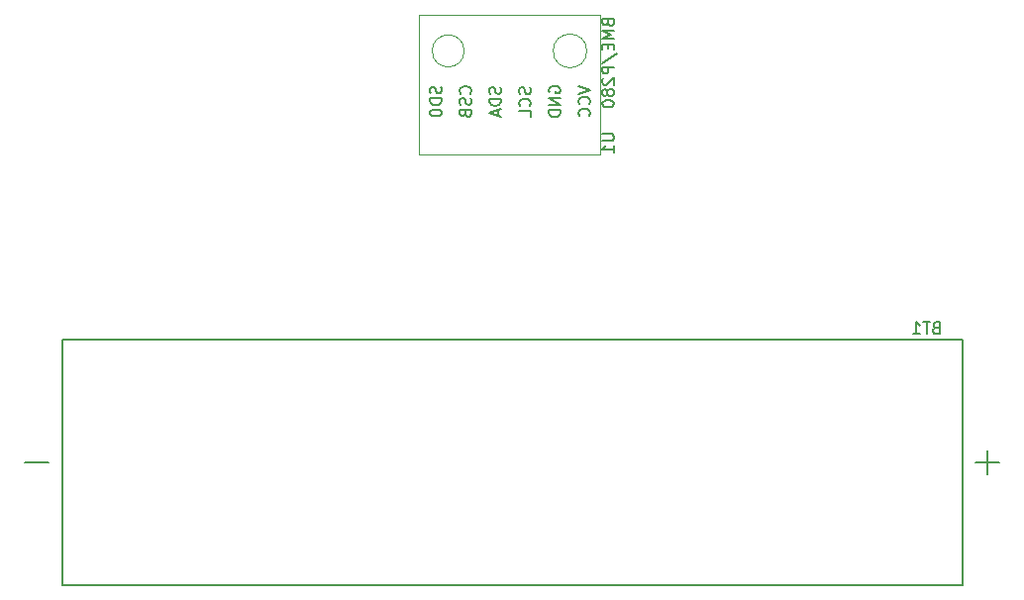
<source format=gbr>
%TF.GenerationSoftware,KiCad,Pcbnew,7.0.9*%
%TF.CreationDate,2024-02-26T23:44:44+01:00*%
%TF.ProjectId,esp32c3,65737033-3263-4332-9e6b-696361645f70,rev?*%
%TF.SameCoordinates,Original*%
%TF.FileFunction,Legend,Bot*%
%TF.FilePolarity,Positive*%
%FSLAX46Y46*%
G04 Gerber Fmt 4.6, Leading zero omitted, Abs format (unit mm)*
G04 Created by KiCad (PCBNEW 7.0.9) date 2024-02-26 23:44:44*
%MOMM*%
%LPD*%
G01*
G04 APERTURE LIST*
%ADD10C,0.150000*%
%ADD11C,0.127000*%
%ADD12C,0.120000*%
G04 APERTURE END LIST*
D10*
X189656714Y-64193009D02*
X189513857Y-64240628D01*
X189513857Y-64240628D02*
X189466238Y-64288247D01*
X189466238Y-64288247D02*
X189418619Y-64383485D01*
X189418619Y-64383485D02*
X189418619Y-64526342D01*
X189418619Y-64526342D02*
X189466238Y-64621580D01*
X189466238Y-64621580D02*
X189513857Y-64669200D01*
X189513857Y-64669200D02*
X189609095Y-64716819D01*
X189609095Y-64716819D02*
X189990047Y-64716819D01*
X189990047Y-64716819D02*
X189990047Y-63716819D01*
X189990047Y-63716819D02*
X189656714Y-63716819D01*
X189656714Y-63716819D02*
X189561476Y-63764438D01*
X189561476Y-63764438D02*
X189513857Y-63812057D01*
X189513857Y-63812057D02*
X189466238Y-63907295D01*
X189466238Y-63907295D02*
X189466238Y-64002533D01*
X189466238Y-64002533D02*
X189513857Y-64097771D01*
X189513857Y-64097771D02*
X189561476Y-64145390D01*
X189561476Y-64145390D02*
X189656714Y-64193009D01*
X189656714Y-64193009D02*
X189990047Y-64193009D01*
X189132904Y-63716819D02*
X188561476Y-63716819D01*
X188847190Y-64716819D02*
X188847190Y-63716819D01*
X187704333Y-64716819D02*
X188275761Y-64716819D01*
X187990047Y-64716819D02*
X187990047Y-63716819D01*
X187990047Y-63716819D02*
X188085285Y-63859676D01*
X188085285Y-63859676D02*
X188180523Y-63954914D01*
X188180523Y-63954914D02*
X188275761Y-64002533D01*
X161125819Y-47625095D02*
X161935342Y-47625095D01*
X161935342Y-47625095D02*
X162030580Y-47672714D01*
X162030580Y-47672714D02*
X162078200Y-47720333D01*
X162078200Y-47720333D02*
X162125819Y-47815571D01*
X162125819Y-47815571D02*
X162125819Y-48006047D01*
X162125819Y-48006047D02*
X162078200Y-48101285D01*
X162078200Y-48101285D02*
X162030580Y-48148904D01*
X162030580Y-48148904D02*
X161935342Y-48196523D01*
X161935342Y-48196523D02*
X161125819Y-48196523D01*
X162125819Y-49196523D02*
X162125819Y-48625095D01*
X162125819Y-48910809D02*
X161125819Y-48910809D01*
X161125819Y-48910809D02*
X161268676Y-48815571D01*
X161268676Y-48815571D02*
X161363914Y-48720333D01*
X161363914Y-48720333D02*
X161411533Y-48625095D01*
X156601438Y-44069095D02*
X156553819Y-43973857D01*
X156553819Y-43973857D02*
X156553819Y-43831000D01*
X156553819Y-43831000D02*
X156601438Y-43688143D01*
X156601438Y-43688143D02*
X156696676Y-43592905D01*
X156696676Y-43592905D02*
X156791914Y-43545286D01*
X156791914Y-43545286D02*
X156982390Y-43497667D01*
X156982390Y-43497667D02*
X157125247Y-43497667D01*
X157125247Y-43497667D02*
X157315723Y-43545286D01*
X157315723Y-43545286D02*
X157410961Y-43592905D01*
X157410961Y-43592905D02*
X157506200Y-43688143D01*
X157506200Y-43688143D02*
X157553819Y-43831000D01*
X157553819Y-43831000D02*
X157553819Y-43926238D01*
X157553819Y-43926238D02*
X157506200Y-44069095D01*
X157506200Y-44069095D02*
X157458580Y-44116714D01*
X157458580Y-44116714D02*
X157125247Y-44116714D01*
X157125247Y-44116714D02*
X157125247Y-43926238D01*
X157553819Y-44545286D02*
X156553819Y-44545286D01*
X156553819Y-44545286D02*
X157553819Y-45116714D01*
X157553819Y-45116714D02*
X156553819Y-45116714D01*
X157553819Y-45592905D02*
X156553819Y-45592905D01*
X156553819Y-45592905D02*
X156553819Y-45831000D01*
X156553819Y-45831000D02*
X156601438Y-45973857D01*
X156601438Y-45973857D02*
X156696676Y-46069095D01*
X156696676Y-46069095D02*
X156791914Y-46116714D01*
X156791914Y-46116714D02*
X156982390Y-46164333D01*
X156982390Y-46164333D02*
X157125247Y-46164333D01*
X157125247Y-46164333D02*
X157315723Y-46116714D01*
X157315723Y-46116714D02*
X157410961Y-46069095D01*
X157410961Y-46069095D02*
X157506200Y-45973857D01*
X157506200Y-45973857D02*
X157553819Y-45831000D01*
X157553819Y-45831000D02*
X157553819Y-45592905D01*
X154966200Y-43640524D02*
X155013819Y-43783381D01*
X155013819Y-43783381D02*
X155013819Y-44021476D01*
X155013819Y-44021476D02*
X154966200Y-44116714D01*
X154966200Y-44116714D02*
X154918580Y-44164333D01*
X154918580Y-44164333D02*
X154823342Y-44211952D01*
X154823342Y-44211952D02*
X154728104Y-44211952D01*
X154728104Y-44211952D02*
X154632866Y-44164333D01*
X154632866Y-44164333D02*
X154585247Y-44116714D01*
X154585247Y-44116714D02*
X154537628Y-44021476D01*
X154537628Y-44021476D02*
X154490009Y-43831000D01*
X154490009Y-43831000D02*
X154442390Y-43735762D01*
X154442390Y-43735762D02*
X154394771Y-43688143D01*
X154394771Y-43688143D02*
X154299533Y-43640524D01*
X154299533Y-43640524D02*
X154204295Y-43640524D01*
X154204295Y-43640524D02*
X154109057Y-43688143D01*
X154109057Y-43688143D02*
X154061438Y-43735762D01*
X154061438Y-43735762D02*
X154013819Y-43831000D01*
X154013819Y-43831000D02*
X154013819Y-44069095D01*
X154013819Y-44069095D02*
X154061438Y-44211952D01*
X154918580Y-45211952D02*
X154966200Y-45164333D01*
X154966200Y-45164333D02*
X155013819Y-45021476D01*
X155013819Y-45021476D02*
X155013819Y-44926238D01*
X155013819Y-44926238D02*
X154966200Y-44783381D01*
X154966200Y-44783381D02*
X154870961Y-44688143D01*
X154870961Y-44688143D02*
X154775723Y-44640524D01*
X154775723Y-44640524D02*
X154585247Y-44592905D01*
X154585247Y-44592905D02*
X154442390Y-44592905D01*
X154442390Y-44592905D02*
X154251914Y-44640524D01*
X154251914Y-44640524D02*
X154156676Y-44688143D01*
X154156676Y-44688143D02*
X154061438Y-44783381D01*
X154061438Y-44783381D02*
X154013819Y-44926238D01*
X154013819Y-44926238D02*
X154013819Y-45021476D01*
X154013819Y-45021476D02*
X154061438Y-45164333D01*
X154061438Y-45164333D02*
X154109057Y-45211952D01*
X155013819Y-46116714D02*
X155013819Y-45640524D01*
X155013819Y-45640524D02*
X154013819Y-45640524D01*
X149838580Y-44164333D02*
X149886200Y-44116714D01*
X149886200Y-44116714D02*
X149933819Y-43973857D01*
X149933819Y-43973857D02*
X149933819Y-43878619D01*
X149933819Y-43878619D02*
X149886200Y-43735762D01*
X149886200Y-43735762D02*
X149790961Y-43640524D01*
X149790961Y-43640524D02*
X149695723Y-43592905D01*
X149695723Y-43592905D02*
X149505247Y-43545286D01*
X149505247Y-43545286D02*
X149362390Y-43545286D01*
X149362390Y-43545286D02*
X149171914Y-43592905D01*
X149171914Y-43592905D02*
X149076676Y-43640524D01*
X149076676Y-43640524D02*
X148981438Y-43735762D01*
X148981438Y-43735762D02*
X148933819Y-43878619D01*
X148933819Y-43878619D02*
X148933819Y-43973857D01*
X148933819Y-43973857D02*
X148981438Y-44116714D01*
X148981438Y-44116714D02*
X149029057Y-44164333D01*
X149886200Y-44545286D02*
X149933819Y-44688143D01*
X149933819Y-44688143D02*
X149933819Y-44926238D01*
X149933819Y-44926238D02*
X149886200Y-45021476D01*
X149886200Y-45021476D02*
X149838580Y-45069095D01*
X149838580Y-45069095D02*
X149743342Y-45116714D01*
X149743342Y-45116714D02*
X149648104Y-45116714D01*
X149648104Y-45116714D02*
X149552866Y-45069095D01*
X149552866Y-45069095D02*
X149505247Y-45021476D01*
X149505247Y-45021476D02*
X149457628Y-44926238D01*
X149457628Y-44926238D02*
X149410009Y-44735762D01*
X149410009Y-44735762D02*
X149362390Y-44640524D01*
X149362390Y-44640524D02*
X149314771Y-44592905D01*
X149314771Y-44592905D02*
X149219533Y-44545286D01*
X149219533Y-44545286D02*
X149124295Y-44545286D01*
X149124295Y-44545286D02*
X149029057Y-44592905D01*
X149029057Y-44592905D02*
X148981438Y-44640524D01*
X148981438Y-44640524D02*
X148933819Y-44735762D01*
X148933819Y-44735762D02*
X148933819Y-44973857D01*
X148933819Y-44973857D02*
X148981438Y-45116714D01*
X149410009Y-45878619D02*
X149457628Y-46021476D01*
X149457628Y-46021476D02*
X149505247Y-46069095D01*
X149505247Y-46069095D02*
X149600485Y-46116714D01*
X149600485Y-46116714D02*
X149743342Y-46116714D01*
X149743342Y-46116714D02*
X149838580Y-46069095D01*
X149838580Y-46069095D02*
X149886200Y-46021476D01*
X149886200Y-46021476D02*
X149933819Y-45926238D01*
X149933819Y-45926238D02*
X149933819Y-45545286D01*
X149933819Y-45545286D02*
X148933819Y-45545286D01*
X148933819Y-45545286D02*
X148933819Y-45878619D01*
X148933819Y-45878619D02*
X148981438Y-45973857D01*
X148981438Y-45973857D02*
X149029057Y-46021476D01*
X149029057Y-46021476D02*
X149124295Y-46069095D01*
X149124295Y-46069095D02*
X149219533Y-46069095D01*
X149219533Y-46069095D02*
X149314771Y-46021476D01*
X149314771Y-46021476D02*
X149362390Y-45973857D01*
X149362390Y-45973857D02*
X149410009Y-45878619D01*
X149410009Y-45878619D02*
X149410009Y-45545286D01*
X159093819Y-43497667D02*
X160093819Y-43831000D01*
X160093819Y-43831000D02*
X159093819Y-44164333D01*
X159998580Y-45069095D02*
X160046200Y-45021476D01*
X160046200Y-45021476D02*
X160093819Y-44878619D01*
X160093819Y-44878619D02*
X160093819Y-44783381D01*
X160093819Y-44783381D02*
X160046200Y-44640524D01*
X160046200Y-44640524D02*
X159950961Y-44545286D01*
X159950961Y-44545286D02*
X159855723Y-44497667D01*
X159855723Y-44497667D02*
X159665247Y-44450048D01*
X159665247Y-44450048D02*
X159522390Y-44450048D01*
X159522390Y-44450048D02*
X159331914Y-44497667D01*
X159331914Y-44497667D02*
X159236676Y-44545286D01*
X159236676Y-44545286D02*
X159141438Y-44640524D01*
X159141438Y-44640524D02*
X159093819Y-44783381D01*
X159093819Y-44783381D02*
X159093819Y-44878619D01*
X159093819Y-44878619D02*
X159141438Y-45021476D01*
X159141438Y-45021476D02*
X159189057Y-45069095D01*
X159998580Y-46069095D02*
X160046200Y-46021476D01*
X160046200Y-46021476D02*
X160093819Y-45878619D01*
X160093819Y-45878619D02*
X160093819Y-45783381D01*
X160093819Y-45783381D02*
X160046200Y-45640524D01*
X160046200Y-45640524D02*
X159950961Y-45545286D01*
X159950961Y-45545286D02*
X159855723Y-45497667D01*
X159855723Y-45497667D02*
X159665247Y-45450048D01*
X159665247Y-45450048D02*
X159522390Y-45450048D01*
X159522390Y-45450048D02*
X159331914Y-45497667D01*
X159331914Y-45497667D02*
X159236676Y-45545286D01*
X159236676Y-45545286D02*
X159141438Y-45640524D01*
X159141438Y-45640524D02*
X159093819Y-45783381D01*
X159093819Y-45783381D02*
X159093819Y-45878619D01*
X159093819Y-45878619D02*
X159141438Y-46021476D01*
X159141438Y-46021476D02*
X159189057Y-46069095D01*
X161602009Y-38124238D02*
X161649628Y-38267095D01*
X161649628Y-38267095D02*
X161697247Y-38314714D01*
X161697247Y-38314714D02*
X161792485Y-38362333D01*
X161792485Y-38362333D02*
X161935342Y-38362333D01*
X161935342Y-38362333D02*
X162030580Y-38314714D01*
X162030580Y-38314714D02*
X162078200Y-38267095D01*
X162078200Y-38267095D02*
X162125819Y-38171857D01*
X162125819Y-38171857D02*
X162125819Y-37790905D01*
X162125819Y-37790905D02*
X161125819Y-37790905D01*
X161125819Y-37790905D02*
X161125819Y-38124238D01*
X161125819Y-38124238D02*
X161173438Y-38219476D01*
X161173438Y-38219476D02*
X161221057Y-38267095D01*
X161221057Y-38267095D02*
X161316295Y-38314714D01*
X161316295Y-38314714D02*
X161411533Y-38314714D01*
X161411533Y-38314714D02*
X161506771Y-38267095D01*
X161506771Y-38267095D02*
X161554390Y-38219476D01*
X161554390Y-38219476D02*
X161602009Y-38124238D01*
X161602009Y-38124238D02*
X161602009Y-37790905D01*
X162125819Y-38790905D02*
X161125819Y-38790905D01*
X161125819Y-38790905D02*
X161840104Y-39124238D01*
X161840104Y-39124238D02*
X161125819Y-39457571D01*
X161125819Y-39457571D02*
X162125819Y-39457571D01*
X161602009Y-39933762D02*
X161602009Y-40267095D01*
X162125819Y-40409952D02*
X162125819Y-39933762D01*
X162125819Y-39933762D02*
X161125819Y-39933762D01*
X161125819Y-39933762D02*
X161125819Y-40409952D01*
X161078200Y-41552809D02*
X162363914Y-40695667D01*
X162125819Y-41886143D02*
X161125819Y-41886143D01*
X161125819Y-41886143D02*
X161125819Y-42267095D01*
X161125819Y-42267095D02*
X161173438Y-42362333D01*
X161173438Y-42362333D02*
X161221057Y-42409952D01*
X161221057Y-42409952D02*
X161316295Y-42457571D01*
X161316295Y-42457571D02*
X161459152Y-42457571D01*
X161459152Y-42457571D02*
X161554390Y-42409952D01*
X161554390Y-42409952D02*
X161602009Y-42362333D01*
X161602009Y-42362333D02*
X161649628Y-42267095D01*
X161649628Y-42267095D02*
X161649628Y-41886143D01*
X161221057Y-42838524D02*
X161173438Y-42886143D01*
X161173438Y-42886143D02*
X161125819Y-42981381D01*
X161125819Y-42981381D02*
X161125819Y-43219476D01*
X161125819Y-43219476D02*
X161173438Y-43314714D01*
X161173438Y-43314714D02*
X161221057Y-43362333D01*
X161221057Y-43362333D02*
X161316295Y-43409952D01*
X161316295Y-43409952D02*
X161411533Y-43409952D01*
X161411533Y-43409952D02*
X161554390Y-43362333D01*
X161554390Y-43362333D02*
X162125819Y-42790905D01*
X162125819Y-42790905D02*
X162125819Y-43409952D01*
X161554390Y-43981381D02*
X161506771Y-43886143D01*
X161506771Y-43886143D02*
X161459152Y-43838524D01*
X161459152Y-43838524D02*
X161363914Y-43790905D01*
X161363914Y-43790905D02*
X161316295Y-43790905D01*
X161316295Y-43790905D02*
X161221057Y-43838524D01*
X161221057Y-43838524D02*
X161173438Y-43886143D01*
X161173438Y-43886143D02*
X161125819Y-43981381D01*
X161125819Y-43981381D02*
X161125819Y-44171857D01*
X161125819Y-44171857D02*
X161173438Y-44267095D01*
X161173438Y-44267095D02*
X161221057Y-44314714D01*
X161221057Y-44314714D02*
X161316295Y-44362333D01*
X161316295Y-44362333D02*
X161363914Y-44362333D01*
X161363914Y-44362333D02*
X161459152Y-44314714D01*
X161459152Y-44314714D02*
X161506771Y-44267095D01*
X161506771Y-44267095D02*
X161554390Y-44171857D01*
X161554390Y-44171857D02*
X161554390Y-43981381D01*
X161554390Y-43981381D02*
X161602009Y-43886143D01*
X161602009Y-43886143D02*
X161649628Y-43838524D01*
X161649628Y-43838524D02*
X161744866Y-43790905D01*
X161744866Y-43790905D02*
X161935342Y-43790905D01*
X161935342Y-43790905D02*
X162030580Y-43838524D01*
X162030580Y-43838524D02*
X162078200Y-43886143D01*
X162078200Y-43886143D02*
X162125819Y-43981381D01*
X162125819Y-43981381D02*
X162125819Y-44171857D01*
X162125819Y-44171857D02*
X162078200Y-44267095D01*
X162078200Y-44267095D02*
X162030580Y-44314714D01*
X162030580Y-44314714D02*
X161935342Y-44362333D01*
X161935342Y-44362333D02*
X161744866Y-44362333D01*
X161744866Y-44362333D02*
X161649628Y-44314714D01*
X161649628Y-44314714D02*
X161602009Y-44267095D01*
X161602009Y-44267095D02*
X161554390Y-44171857D01*
X161125819Y-44981381D02*
X161125819Y-45076619D01*
X161125819Y-45076619D02*
X161173438Y-45171857D01*
X161173438Y-45171857D02*
X161221057Y-45219476D01*
X161221057Y-45219476D02*
X161316295Y-45267095D01*
X161316295Y-45267095D02*
X161506771Y-45314714D01*
X161506771Y-45314714D02*
X161744866Y-45314714D01*
X161744866Y-45314714D02*
X161935342Y-45267095D01*
X161935342Y-45267095D02*
X162030580Y-45219476D01*
X162030580Y-45219476D02*
X162078200Y-45171857D01*
X162078200Y-45171857D02*
X162125819Y-45076619D01*
X162125819Y-45076619D02*
X162125819Y-44981381D01*
X162125819Y-44981381D02*
X162078200Y-44886143D01*
X162078200Y-44886143D02*
X162030580Y-44838524D01*
X162030580Y-44838524D02*
X161935342Y-44790905D01*
X161935342Y-44790905D02*
X161744866Y-44743286D01*
X161744866Y-44743286D02*
X161506771Y-44743286D01*
X161506771Y-44743286D02*
X161316295Y-44790905D01*
X161316295Y-44790905D02*
X161221057Y-44838524D01*
X161221057Y-44838524D02*
X161173438Y-44886143D01*
X161173438Y-44886143D02*
X161125819Y-44981381D01*
X152426200Y-43616714D02*
X152473819Y-43759571D01*
X152473819Y-43759571D02*
X152473819Y-43997666D01*
X152473819Y-43997666D02*
X152426200Y-44092904D01*
X152426200Y-44092904D02*
X152378580Y-44140523D01*
X152378580Y-44140523D02*
X152283342Y-44188142D01*
X152283342Y-44188142D02*
X152188104Y-44188142D01*
X152188104Y-44188142D02*
X152092866Y-44140523D01*
X152092866Y-44140523D02*
X152045247Y-44092904D01*
X152045247Y-44092904D02*
X151997628Y-43997666D01*
X151997628Y-43997666D02*
X151950009Y-43807190D01*
X151950009Y-43807190D02*
X151902390Y-43711952D01*
X151902390Y-43711952D02*
X151854771Y-43664333D01*
X151854771Y-43664333D02*
X151759533Y-43616714D01*
X151759533Y-43616714D02*
X151664295Y-43616714D01*
X151664295Y-43616714D02*
X151569057Y-43664333D01*
X151569057Y-43664333D02*
X151521438Y-43711952D01*
X151521438Y-43711952D02*
X151473819Y-43807190D01*
X151473819Y-43807190D02*
X151473819Y-44045285D01*
X151473819Y-44045285D02*
X151521438Y-44188142D01*
X152473819Y-44616714D02*
X151473819Y-44616714D01*
X151473819Y-44616714D02*
X151473819Y-44854809D01*
X151473819Y-44854809D02*
X151521438Y-44997666D01*
X151521438Y-44997666D02*
X151616676Y-45092904D01*
X151616676Y-45092904D02*
X151711914Y-45140523D01*
X151711914Y-45140523D02*
X151902390Y-45188142D01*
X151902390Y-45188142D02*
X152045247Y-45188142D01*
X152045247Y-45188142D02*
X152235723Y-45140523D01*
X152235723Y-45140523D02*
X152330961Y-45092904D01*
X152330961Y-45092904D02*
X152426200Y-44997666D01*
X152426200Y-44997666D02*
X152473819Y-44854809D01*
X152473819Y-44854809D02*
X152473819Y-44616714D01*
X152188104Y-45569095D02*
X152188104Y-46045285D01*
X152473819Y-45473857D02*
X151473819Y-45807190D01*
X151473819Y-45807190D02*
X152473819Y-46140523D01*
X147346200Y-43569095D02*
X147393819Y-43711952D01*
X147393819Y-43711952D02*
X147393819Y-43950047D01*
X147393819Y-43950047D02*
X147346200Y-44045285D01*
X147346200Y-44045285D02*
X147298580Y-44092904D01*
X147298580Y-44092904D02*
X147203342Y-44140523D01*
X147203342Y-44140523D02*
X147108104Y-44140523D01*
X147108104Y-44140523D02*
X147012866Y-44092904D01*
X147012866Y-44092904D02*
X146965247Y-44045285D01*
X146965247Y-44045285D02*
X146917628Y-43950047D01*
X146917628Y-43950047D02*
X146870009Y-43759571D01*
X146870009Y-43759571D02*
X146822390Y-43664333D01*
X146822390Y-43664333D02*
X146774771Y-43616714D01*
X146774771Y-43616714D02*
X146679533Y-43569095D01*
X146679533Y-43569095D02*
X146584295Y-43569095D01*
X146584295Y-43569095D02*
X146489057Y-43616714D01*
X146489057Y-43616714D02*
X146441438Y-43664333D01*
X146441438Y-43664333D02*
X146393819Y-43759571D01*
X146393819Y-43759571D02*
X146393819Y-43997666D01*
X146393819Y-43997666D02*
X146441438Y-44140523D01*
X147393819Y-44569095D02*
X146393819Y-44569095D01*
X146393819Y-44569095D02*
X146393819Y-44807190D01*
X146393819Y-44807190D02*
X146441438Y-44950047D01*
X146441438Y-44950047D02*
X146536676Y-45045285D01*
X146536676Y-45045285D02*
X146631914Y-45092904D01*
X146631914Y-45092904D02*
X146822390Y-45140523D01*
X146822390Y-45140523D02*
X146965247Y-45140523D01*
X146965247Y-45140523D02*
X147155723Y-45092904D01*
X147155723Y-45092904D02*
X147250961Y-45045285D01*
X147250961Y-45045285D02*
X147346200Y-44950047D01*
X147346200Y-44950047D02*
X147393819Y-44807190D01*
X147393819Y-44807190D02*
X147393819Y-44569095D01*
X146393819Y-45759571D02*
X146393819Y-45854809D01*
X146393819Y-45854809D02*
X146441438Y-45950047D01*
X146441438Y-45950047D02*
X146489057Y-45997666D01*
X146489057Y-45997666D02*
X146584295Y-46045285D01*
X146584295Y-46045285D02*
X146774771Y-46092904D01*
X146774771Y-46092904D02*
X147012866Y-46092904D01*
X147012866Y-46092904D02*
X147203342Y-46045285D01*
X147203342Y-46045285D02*
X147298580Y-45997666D01*
X147298580Y-45997666D02*
X147346200Y-45950047D01*
X147346200Y-45950047D02*
X147393819Y-45854809D01*
X147393819Y-45854809D02*
X147393819Y-45759571D01*
X147393819Y-45759571D02*
X147346200Y-45664333D01*
X147346200Y-45664333D02*
X147298580Y-45616714D01*
X147298580Y-45616714D02*
X147203342Y-45569095D01*
X147203342Y-45569095D02*
X147012866Y-45521476D01*
X147012866Y-45521476D02*
X146774771Y-45521476D01*
X146774771Y-45521476D02*
X146584295Y-45569095D01*
X146584295Y-45569095D02*
X146489057Y-45616714D01*
X146489057Y-45616714D02*
X146441438Y-45664333D01*
X146441438Y-45664333D02*
X146393819Y-45759571D01*
D11*
%TO.C,BT1*%
X195046000Y-75692000D02*
X193046000Y-75692000D01*
X194046000Y-74692000D02*
X194046000Y-76692000D01*
X191896000Y-86182000D02*
X191896000Y-65202000D01*
X191896000Y-65202000D02*
X114936000Y-65202000D01*
X114936000Y-86182000D02*
X191896000Y-86182000D01*
X114936000Y-65202000D02*
X114936000Y-86182000D01*
X113786000Y-75692000D02*
X111786000Y-75692000D01*
D12*
%TO.C,U1*%
X145415000Y-49403000D02*
X145415000Y-37465000D01*
X160909000Y-49403000D02*
X145415000Y-49403000D01*
X145415000Y-37465000D02*
X160909000Y-37465000D01*
X160909000Y-37465000D02*
X160909000Y-49403000D01*
X149322832Y-40513000D02*
G75*
G03*
X149322832Y-40513000I-1367832J0D01*
G01*
X159805841Y-40513000D02*
G75*
G03*
X159805841Y-40513000I-1436841J0D01*
G01*
%TD*%
M02*

</source>
